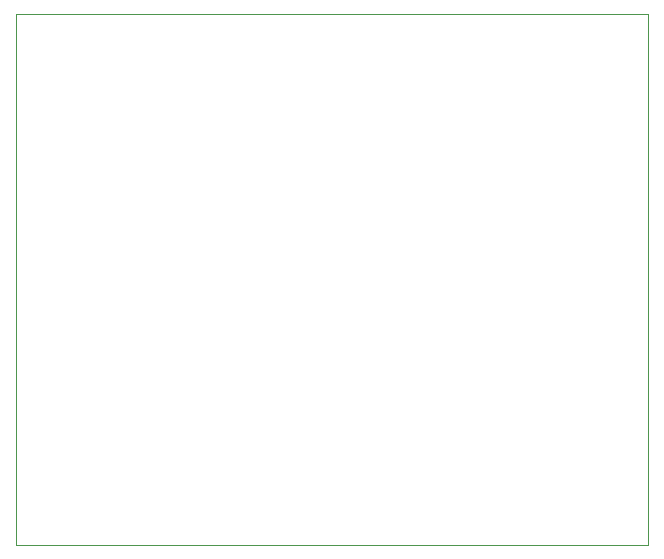
<source format=gbr>
G04 #@! TF.GenerationSoftware,KiCad,Pcbnew,(5.1.5)-3*
G04 #@! TF.CreationDate,2020-04-28T00:17:26+02:00*
G04 #@! TF.ProjectId,main_pcb,6d61696e-5f70-4636-922e-6b696361645f,1*
G04 #@! TF.SameCoordinates,Original*
G04 #@! TF.FileFunction,Profile,NP*
%FSLAX46Y46*%
G04 Gerber Fmt 4.6, Leading zero omitted, Abs format (unit mm)*
G04 Created by KiCad (PCBNEW (5.1.5)-3) date 2020-04-28 00:17:26*
%MOMM*%
%LPD*%
G04 APERTURE LIST*
%ADD10C,0.050000*%
G04 APERTURE END LIST*
D10*
X89500000Y-103500000D02*
X89500000Y-58500000D01*
X143000000Y-103500000D02*
X89500000Y-103500000D01*
X143000000Y-58500000D02*
X143000000Y-103500000D01*
X89500000Y-58500000D02*
X143000000Y-58500000D01*
M02*

</source>
